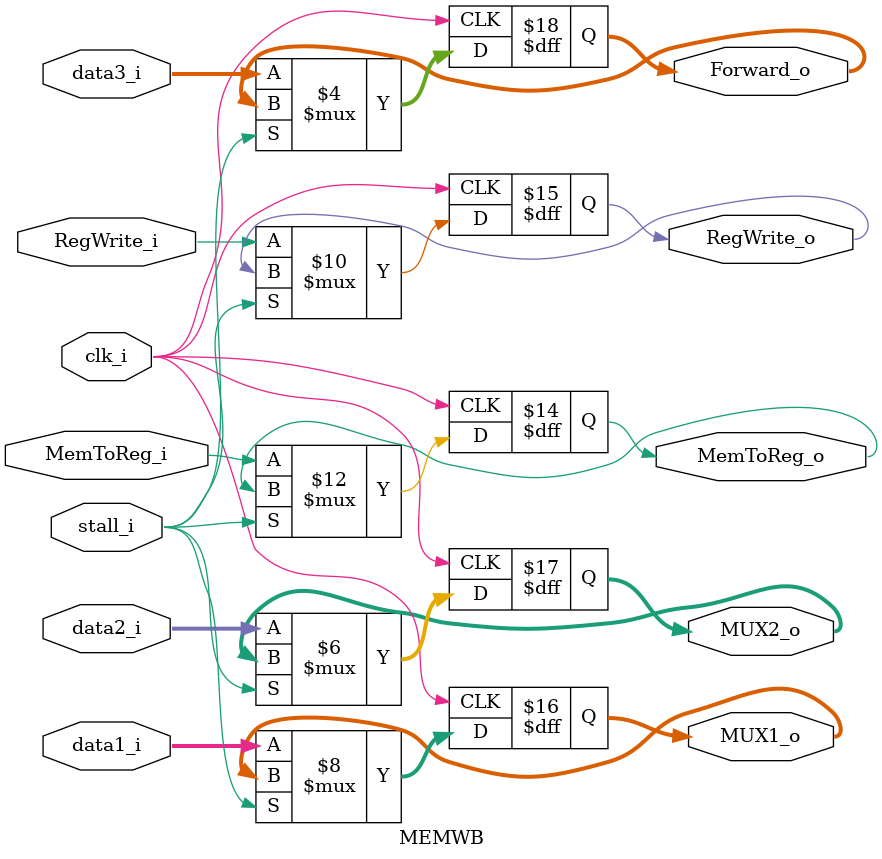
<source format=v>
module MEMWB (
	clk_i,
	stall_i,
	MemToReg_i,
	RegWrite_i,
	data1_i,
	data2_i,
	data3_i,
	MemToReg_o,
	RegWrite_o,
	MUX1_o,
	MUX2_o,
	Forward_o
);

input           clk_i;
input			stall_i;
// control signals
input           MemToReg_i;
input           RegWrite_i;
// data
input   [31:0]  data1_i;    // Data Memory's read data
input   [31:0]  data2_i;    // EXMEM's ALU result (data1_o)
input   [4:0]  data3_i;    // EXMEM's MEMWB_o (forwarded from IDEX)

// control signals
output          MemToReg_o; 
output          RegWrite_o;
// data
output  [31:0]  MUX1_o;
output  [31:0]  MUX2_o;
output  [4:0]  Forward_o;
// control 
reg          MemToReg_o; 
reg          RegWrite_o;
// data
reg  [31:0]  MUX1_o;
reg  [31:0]  MUX2_o;
reg  [4:0]  Forward_o;
initial begin
	MemToReg_o <= 1'b0;
	RegWrite_o <= 1'b0;
	MUX1_o		<= 32'd0;
	MUX2_o		<= 32'd0;
	Forward_o	<= 5'd0;

end
// literally just passes everything along without modifying anything signals
// always @(posedge clk_i & (MemToReg_i | RegWrite_i | data1_i | data2_i | data3_i))
always @(posedge clk_i)
if(~stall_i) begin
	// control signals
	MemToReg_o <= MemToReg_i;
	RegWrite_o <= RegWrite_i;
	// data
	MUX1_o     <= data1_i;
	MUX2_o     <= data2_i;
	Forward_o  <= data3_i;
end

endmodule
</source>
